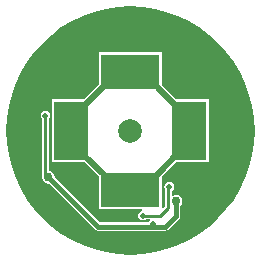
<source format=gbl>
G04 Layer_Physical_Order=2*
G04 Layer_Color=16711680*
%FSLAX25Y25*%
%MOIN*%
G70*
G01*
G75*
%ADD15C,0.01000*%
%ADD16C,0.01500*%
%ADD17C,0.07874*%
%ADD18C,0.02000*%
%ADD19C,0.03000*%
%ADD20C,0.05000*%
%ADD21R,0.11811X0.19685*%
%ADD22R,0.19685X0.11811*%
%ADD23C,0.02000*%
G36*
X48873Y84201D02*
X52892Y83604D01*
X56833Y82617D01*
X60658Y81248D01*
X64331Y79511D01*
X67816Y77423D01*
X71079Y75002D01*
X74089Y72274D01*
X76818Y69264D01*
X79238Y66000D01*
X81326Y62516D01*
X83063Y58843D01*
X84432Y55018D01*
X85419Y51077D01*
X86015Y47058D01*
X86215Y43000D01*
X86015Y38942D01*
X85419Y34923D01*
X84432Y30982D01*
X83063Y27157D01*
X81326Y23484D01*
X79238Y19999D01*
X76818Y16736D01*
X74089Y13726D01*
X71079Y10998D01*
X67816Y8577D01*
X64331Y6489D01*
X60658Y4752D01*
X56833Y3383D01*
X52892Y2396D01*
X48873Y1799D01*
X44815Y1600D01*
X40757Y1799D01*
X36738Y2396D01*
X32797Y3383D01*
X28972Y4752D01*
X25299Y6489D01*
X21814Y8577D01*
X18551Y10998D01*
X15541Y13726D01*
X12812Y16736D01*
X10392Y19999D01*
X8303Y23484D01*
X6566Y27157D01*
X5198Y30982D01*
X4211Y34923D01*
X3614Y38942D01*
X3415Y43000D01*
X3614Y47058D01*
X4211Y51077D01*
X5198Y55018D01*
X6566Y58843D01*
X8303Y62516D01*
X10392Y66000D01*
X12812Y69264D01*
X15541Y72274D01*
X18551Y75002D01*
X21814Y77423D01*
X25299Y79511D01*
X28972Y81248D01*
X32797Y82617D01*
X36738Y83604D01*
X40757Y84201D01*
X44815Y84400D01*
X48873Y84201D01*
D02*
G37*
%LPC*%
G36*
X55257Y69191D02*
X34372D01*
Y58550D01*
X29265Y53443D01*
X18624D01*
Y32557D01*
X29437D01*
X34372Y27736D01*
Y16809D01*
X48621D01*
X48668Y16768D01*
X48520Y16229D01*
X48376Y16200D01*
X47846Y15846D01*
X47493Y15317D01*
X47369Y14693D01*
X47493Y14069D01*
X47846Y13539D01*
X48376Y13186D01*
X49000Y13062D01*
X49624Y13186D01*
X50153Y13539D01*
X50175Y13571D01*
X51072D01*
X51199Y13378D01*
X51292Y13071D01*
X50993Y12624D01*
X50943Y12376D01*
X34570D01*
X19609Y27338D01*
X19641Y27500D01*
X19478Y28319D01*
X19014Y29014D01*
X18319Y29478D01*
X17621Y29617D01*
Y46825D01*
X17653Y46847D01*
X18007Y47376D01*
X18131Y48000D01*
X18007Y48624D01*
X17653Y49154D01*
X17124Y49507D01*
X16500Y49631D01*
X15876Y49507D01*
X15347Y49154D01*
X14993Y48624D01*
X14869Y48000D01*
X14993Y47376D01*
X15347Y46847D01*
X15379Y46825D01*
Y28500D01*
X15378Y28500D01*
X15464Y28071D01*
X15470Y28061D01*
X15359Y27500D01*
X15522Y26681D01*
X15986Y25986D01*
X16681Y25522D01*
X17500Y25359D01*
X17662Y25391D01*
X33027Y10027D01*
X33027Y10027D01*
X33473Y9728D01*
X34000Y9624D01*
X56500D01*
X57027Y9728D01*
X57473Y10027D01*
X60973Y13527D01*
X61272Y13973D01*
X61377Y14500D01*
X61376Y14500D01*
Y17894D01*
X61514Y17986D01*
X61978Y18681D01*
X62141Y19500D01*
X61978Y20319D01*
X61514Y21014D01*
X60819Y21478D01*
X60000Y21641D01*
X59181Y21478D01*
X58963Y21332D01*
X58522Y21568D01*
Y22841D01*
X58903Y23097D01*
X59257Y23626D01*
X59381Y24250D01*
X59257Y24874D01*
X58903Y25403D01*
X58374Y25757D01*
X57750Y25881D01*
X57126Y25757D01*
X56596Y25403D01*
X56243Y24874D01*
X56119Y24250D01*
X56243Y23626D01*
X56278Y23572D01*
Y17750D01*
X55757Y17229D01*
X55257Y17436D01*
Y27397D01*
X60112Y32557D01*
X71005D01*
Y53443D01*
X60022D01*
X57392Y56139D01*
X55257Y58328D01*
Y69191D01*
D02*
G37*
%LPD*%
D15*
X66610Y42825D02*
X66727Y44232D01*
X45327Y64664D02*
X45327Y64664D01*
X43315Y65185D02*
X45327Y64664D01*
X45249Y64785D02*
X45249Y64785D01*
X43315Y65185D02*
X45249Y64785D01*
X23374Y43195D02*
X23630Y45500D01*
X23130Y41000D02*
X23374Y43195D01*
X66257Y44714D02*
X66727Y44232D01*
X66250Y41250D02*
X67000Y42000D01*
X45249Y64785D02*
X46630Y64500D01*
X45327Y64664D02*
X47296Y64154D01*
X66610Y42825D02*
X66683Y41922D01*
X54807Y14693D02*
X57400Y17286D01*
Y23900D01*
X57750Y24250D01*
X16500Y28500D02*
Y48000D01*
Y28500D02*
X17500Y27500D01*
X49000Y14693D02*
X54807D01*
X52500Y11500D02*
Y12000D01*
Y11500D02*
X53000Y11000D01*
X66500Y19000D02*
X81500Y34000D01*
X64000Y19000D02*
X66500D01*
X76000Y51000D02*
X81500Y45500D01*
Y34000D02*
Y45500D01*
X23130Y41000D02*
X23154Y40977D01*
X66257Y44714D02*
X66257Y44714D01*
X45249Y64785D02*
X45249D01*
D16*
X34000Y11000D02*
X53000D01*
X17500Y27500D02*
X34000Y11000D01*
X53000D02*
X56500D01*
X60000Y14500D01*
Y19500D01*
D17*
X44815Y43000D02*
D03*
D18*
X57750Y24250D02*
D03*
X16500Y48000D02*
D03*
X52500Y12000D02*
D03*
X64000Y19000D02*
D03*
X49000Y14693D02*
D03*
X76000Y51000D02*
D03*
X56224Y55000D02*
D03*
D19*
X60000Y19500D02*
D03*
X17500Y27500D02*
D03*
D20*
X15000Y21500D02*
D03*
X19500Y15000D02*
D03*
X76000Y61000D02*
D03*
X67500Y70500D02*
D03*
X75500Y21000D02*
D03*
X27000Y66500D02*
D03*
X60500Y67000D02*
D03*
X44500Y77500D02*
D03*
X17500Y67000D02*
D03*
X58500Y76000D02*
D03*
X30000Y75500D02*
D03*
D21*
X64500Y43000D02*
D03*
X25130D02*
D03*
D22*
X44815Y62685D02*
D03*
Y23315D02*
D03*
D23*
X56224Y55000D02*
X66257Y44714D01*
X66257Y44714D01*
X23630Y45500D02*
X43315Y65185D01*
X48291Y22372D02*
X66196Y41405D01*
X66196Y41405D02*
X66683Y41922D01*
X23154Y40977D02*
X43042Y21547D01*
X66196Y41405D02*
X66196Y41405D01*
X47296Y64154D02*
X56224Y55000D01*
M02*

</source>
